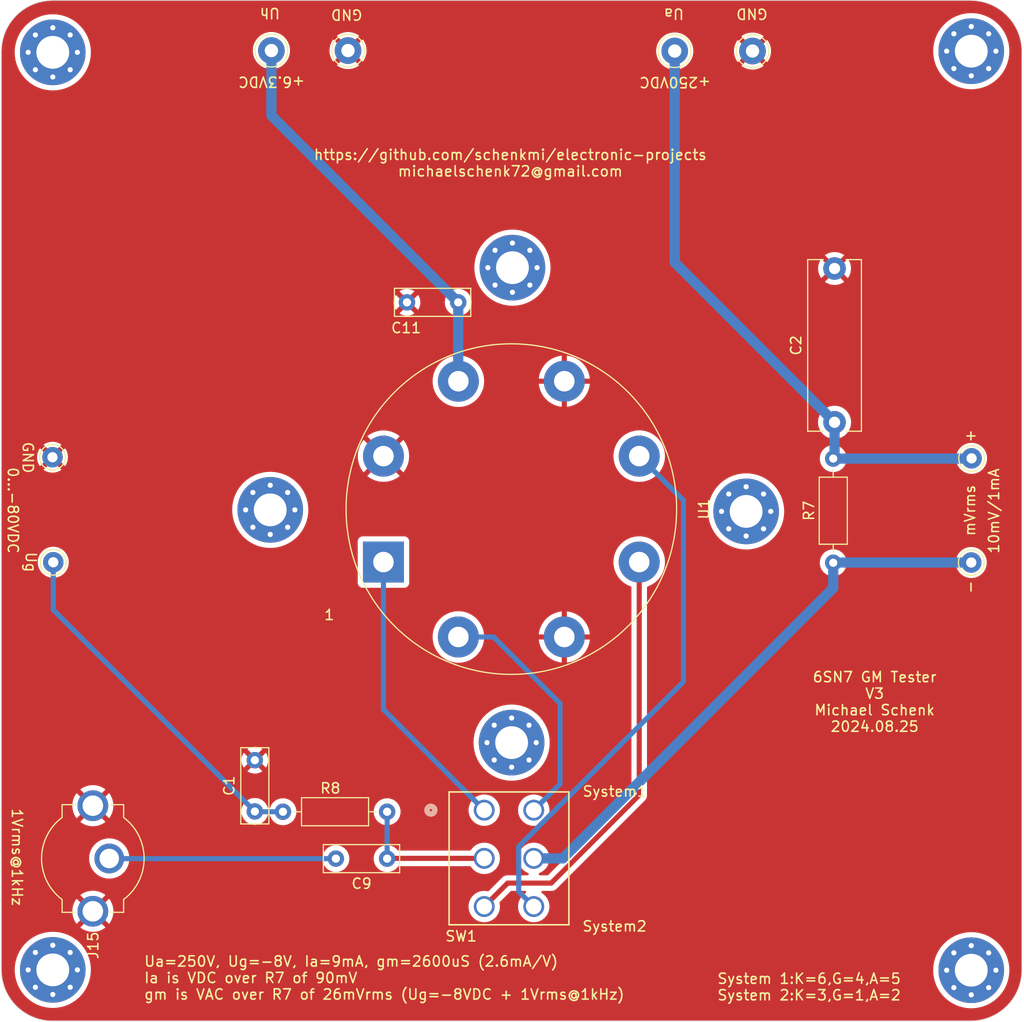
<source format=kicad_pcb>
(kicad_pcb (version 20240108) (generator "pcbnew") (generator_version "8.0")
  (layers (0 "F.Cu" signal) (31 "B.Cu" signal) (34 "B.Paste" user) (35 "F.Paste" user) (36 "B.SilkS" user "B.Silkscreen") (37 "F.SilkS" user "F.Silkscreen") (38 "B.Mask" user) (39 "F.Mask" user) (44 "Edge.Cuts" user))
  (net 0 "")
  (net 1 "VDDA")
  (net 2 "Net-(C9-Pad1)")
  (net 3 "Net-(U1A-G)")
  (net 4 "FVCC")
  (net 5 "Net-(J15-In)")
  (net 6 "FGND")
  (net 7 "Net-(J18-Pin_1)")
  (net 8 "Net-(J17-Pin_1)")
  (net 9 "Net-(U1B-A)")
  (net 10 "Net-(U1A-A)")
  (net 11 "Net-(U1B-G)")
  (footprint "MountingHole:MountingHole_3.2mm_M3_Pad_Via" (layer "F.Cu") (at 50.753944 52.832)
    (property "Reference" "H1" (hide yes))
    (property "Value" "MountingHole")
    (pad "1" thru_hole circle (at -2.4 0) (size 0.8 0.8) (drill 0.5) (layers "*.Cu" "*.Mask"))
    (pad "1" thru_hole circle (at -1.697056 -1.697056) (size 0.8 0.8) (drill 0.5) (layers "*.Cu" "*.Mask"))
    (pad "1" thru_hole circle (at -1.697056 1.697056) (size 0.8 0.8) (drill 0.5) (layers "*.Cu" "*.Mask"))
    (pad "1" thru_hole circle (at 0 -2.4) (size 0.8 0.8) (drill 0.5) (layers "*.Cu" "*.Mask"))
    (pad "1" thru_hole circle (at 0 0) (size 6.4 6.4) (drill 3.2) (layers "*.Cu" "*.Mask"))
    (pad "1" thru_hole circle (at 0 2.4) (size 0.8 0.8) (drill 0.5) (layers "*.Cu" "*.Mask"))
    (pad "1" thru_hole circle (at 1.697056 -1.697056) (size 0.8 0.8) (drill 0.5) (layers "*.Cu" "*.Mask"))
    (pad "1" thru_hole circle (at 1.697056 1.697056) (size 0.8 0.8) (drill 0.5) (layers "*.Cu" "*.Mask"))
    (pad "1" thru_hole circle (at 2.4 0) (size 0.8 0.8) (drill 0.5) (layers "*.Cu" "*.Mask"))
  )
  (footprint "MountingHole:MountingHole_3.2mm_M3_Pad_Via" (layer "F.Cu") (at 50.753944 142.320944)
    (property "Reference" "H2" (hide yes))
    (property "Value" "MountingHole")
    (pad "1" thru_hole circle (at -2.4 0) (size 0.8 0.8) (drill 0.5) (layers "*.Cu" "*.Mask"))
    (pad "1" thru_hole circle (at -1.697056 -1.697056) (size 0.8 0.8) (drill 0.5) (layers "*.Cu" "*.Mask"))
    (pad "1" thru_hole circle (at -1.697056 1.697056) (size 0.8 0.8) (drill 0.5) (layers "*.Cu" "*.Mask"))
    (pad "1" thru_hole circle (at 0 -2.4) (size 0.8 0.8) (drill 0.5) (layers "*.Cu" "*.Mask"))
    (pad "1" thru_hole circle (at 0 0) (size 6.4 6.4) (drill 3.2) (layers "*.Cu" "*.Mask"))
    (pad "1" thru_hole circle (at 0 2.4) (size 0.8 0.8) (drill 0.5) (layers "*.Cu" "*.Mask"))
    (pad "1" thru_hole circle (at 1.697056 -1.697056) (size 0.8 0.8) (drill 0.5) (layers "*.Cu" "*.Mask"))
    (pad "1" thru_hole circle (at 1.697056 1.697056) (size 0.8 0.8) (drill 0.5) (layers "*.Cu" "*.Mask"))
    (pad "1" thru_hole circle (at 2.4 0) (size 0.8 0.8) (drill 0.5) (layers "*.Cu" "*.Mask"))
  )
  (footprint "MountingHole:MountingHole_3.2mm_M3_Pad_Via" (layer "F.Cu") (at 140.335 142.354)
    (property "Reference" "H3" (hide yes))
    (property "Value" "MountingHole")
    (pad "1" thru_hole circle (at -2.4 0) (size 0.8 0.8) (drill 0.5) (layers "*.Cu" "*.Mask"))
    (pad "1" thru_hole circle (at -1.697056 -1.697056) (size 0.8 0.8) (drill 0.5) (layers "*.Cu" "*.Mask"))
    (pad "1" thru_hole circle (at -1.697056 1.697056) (size 0.8 0.8) (drill 0.5) (layers "*.Cu" "*.Mask"))
    (pad "1" thru_hole circle (at 0 -2.4) (size 0.8 0.8) (drill 0.5) (layers "*.Cu" "*.Mask"))
    (pad "1" thru_hole circle (at 0 0) (size 6.4 6.4) (drill 3.2) (layers "*.Cu" "*.Mask"))
    (pad "1" thru_hole circle (at 0 2.4) (size 0.8 0.8) (drill 0.5) (layers "*.Cu" "*.Mask"))
    (pad "1" thru_hole circle (at 1.697056 -1.697056) (size 0.8 0.8) (drill 0.5) (layers "*.Cu" "*.Mask"))
    (pad "1" thru_hole circle (at 1.697056 1.697056) (size 0.8 0.8) (drill 0.5) (layers "*.Cu" "*.Mask"))
    (pad "1" thru_hole circle (at 2.4 0) (size 0.8 0.8) (drill 0.5) (layers "*.Cu" "*.Mask"))
  )
  (footprint "MountingHole:MountingHole_3.2mm_M3_Pad_Via" (layer "F.Cu") (at 140.335 52.718)
    (property "Reference" "H4" (hide yes))
    (property "Value" "MountingHole")
    (pad "1" thru_hole circle (at -2.4 0) (size 0.8 0.8) (drill 0.5) (layers "*.Cu" "*.Mask"))
    (pad "1" thru_hole circle (at -1.697056 -1.697056) (size 0.8 0.8) (drill 0.5) (layers "*.Cu" "*.Mask"))
    (pad "1" thru_hole circle (at -1.697056 1.697056) (size 0.8 0.8) (drill 0.5) (layers "*.Cu" "*.Mask"))
    (pad "1" thru_hole circle (at 0 -2.4) (size 0.8 0.8) (drill 0.5) (layers "*.Cu" "*.Mask"))
    (pad "1" thru_hole circle (at 0 0) (size 6.4 6.4) (drill 3.2) (layers "*.Cu" "*.Mask"))
    (pad "1" thru_hole circle (at 0 2.4) (size 0.8 0.8) (drill 0.5) (layers "*.Cu" "*.Mask"))
    (pad "1" thru_hole circle (at 1.697056 -1.697056) (size 0.8 0.8) (drill 0.5) (layers "*.Cu" "*.Mask"))
    (pad "1" thru_hole circle (at 1.697056 1.697056) (size 0.8 0.8) (drill 0.5) (layers "*.Cu" "*.Mask"))
    (pad "1" thru_hole circle (at 2.4 0) (size 0.8 0.8) (drill 0.5) (layers "*.Cu" "*.Mask"))
  )
  (footprint "Connector_Pin:Pin_D1.3mm_L11.0mm" (layer "F.Cu") (at 111.412174 52.705)
    (property "Reference" "J5" (hide yes))
    (property "Value" "Conn_01x01")
    (fp_circle (center 0 0) (end 1.6 0.05) (stroke (width 0.12)) (fill none) (layer "F.SilkS"))
    (pad "1" thru_hole circle (at 0 0) (size 2.6 2.6) (drill 1.3) (layers "*.Cu" "*.Mask") (net 1 "VDDA"))
  )
  (footprint "Connector_Pin:Pin_D1.3mm_L11.0mm" (layer "F.Cu") (at 118.999 52.705)
    (property "Reference" "J6" (hide yes))
    (property "Value" "Conn_01x01")
    (fp_circle (center 0 0) (end 1.6 0.05) (stroke (width 0.12)) (fill none) (layer "F.SilkS"))
    (pad "1" thru_hole circle (at 0 0) (size 2.6 2.6) (drill 1.3) (layers "*.Cu" "*.Mask") (net 6 "FGND"))
  )
  (footprint "Connector_Pin:Pin_D1.3mm_L11.0mm" (layer "F.Cu") (at 72.076483 52.657064)
    (property "Reference" "J9" (hide yes))
    (property "Value" "Conn_01x01")
    (fp_circle (center 0 0) (end 1.6 0.05) (stroke (width 0.12)) (fill none) (layer "F.SilkS"))
    (pad "1" thru_hole circle (at 0 0) (size 2.6 2.6) (drill 1.3) (layers "*.Cu" "*.Mask") (net 4 "FVCC"))
  )
  (footprint "Connector_Pin:Pin_D1.3mm_L11.0mm" (layer "F.Cu") (at 79.547902 52.657064)
    (property "Reference" "J10" (hide yes))
    (property "Value" "Conn_01x01")
    (fp_circle (center 0 0) (end 1.6 0.05) (stroke (width 0.12)) (fill none) (layer "F.SilkS"))
    (pad "1" thru_hole circle (at 0 0) (size 2.6 2.6) (drill 1.3) (layers "*.Cu" "*.Mask") (net 6 "FGND"))
  )
  (footprint "Capacitor_THT:C_Rect_L7.2mm_W2.5mm_P5.00mm_FKS2_FKP2_MKS2_MKP2" (layer "F.Cu") (at 90.297 77.216 180)
    (property "Reference" "C11" (at 5.08 -2.5 0) (layer "F.SilkS"))
    (property "Value" "100nF")
    (fp_line (start 6.22 -1.37) (end 6.22 1.37) (stroke (width 0.12)) (layer "F.SilkS"))
    (fp_line (start -1.22 1.37) (end 6.22 1.37) (stroke (width 0.12)) (layer "F.SilkS"))
    (fp_line (start -1.22 -1.37) (end 6.22 -1.37) (stroke (width 0.12)) (layer "F.SilkS"))
    (fp_line (start -1.22 -1.37) (end -1.22 1.37) (stroke (width 0.12)) (layer "F.SilkS"))
    (pad "1" thru_hole circle (at 0 0 180) (size 1.6 1.6) (drill 0.8) (layers "*.Cu" "*.Mask") (net 4 "FVCC"))
    (pad "2" thru_hole circle (at 5 0 180) (size 1.6 1.6) (drill 0.8) (layers "*.Cu" "*.Mask") (net 6 "FGND"))
  )
  (footprint "kicad-snk:TubeOctal" (layer "F.Cu") (at 95.477627 97.380319 -90)
    (property "Reference" "U1" (at 0 -18.795 90) (layer "F.SilkS"))
    (property "Value" "6SN7")
    (fp_circle (center 0 0) (end 0 16.12) (stroke (width 0.12)) (fill none) (layer "F.SilkS"))
    (pad "1" thru_hole rect (at 5.166226 12.472373 270) (size 4 4) (drill 2) (layers "*.Cu" "*.Mask") (net 11 "Net-(U1B-G)"))
    (pad "2" thru_hole oval (at 12.472373 5.166226 270) (size 4 4) (drill 2) (layers "*.Cu" "*.Mask") (net 9 "Net-(U1B-A)"))
    (pad "3" thru_hole oval (at 12.472373 -5.166226 270) (size 4 4) (drill 2) (layers "*.Cu" "*.Mask") (net 6 "FGND"))
    (pad "4" thru_hole oval (at 5.166226 -12.472373 270) (size 4 4) (drill 2) (layers "*.Cu" "*.Mask") (net 3 "Net-(U1A-G)"))
    (pad "5" thru_hole oval (at -5.166226 -12.472373 270) (size 4 4) (drill 2) (layers "*.Cu" "*.Mask") (net 10 "Net-(U1A-A)"))
    (pad "6" thru_hole oval (at -12.472373 -5.166226 270) (size 4 4) (drill 2) (layers "*.Cu" "*.Mask") (net 6 "FGND"))
    (pad "7" thru_hole oval (at -12.472373 5.166226 270) (size 4 4) (drill 2) (layers "*.Cu" "*.Mask") (net 4 "FVCC"))
    (pad "8" thru_hole circle (at -5.166226 12.472373 270) (size 4 4) (drill 2) (layers "*.Cu" "*.Mask") (net 6 "FGND"))
  )
  (footprint "Resistor_THT:R_Axial_DIN0207_L6.3mm_D2.5mm_P10.16mm_Horizontal" (layer "F.Cu") (at 83.3628 126.8984 180)
    (property "Reference" "R8" (at 5.5372 2.286 0) (layer "F.SilkS"))
    (property "Value" "200k/0.6W")
    (fp_line (start 9.12 0) (end 8.35 0) (stroke (width 0.12)) (layer "F.SilkS"))
    (fp_line (start 8.35 1.37) (end 8.35 -1.37) (stroke (width 0.12)) (layer "F.SilkS"))
    (fp_line (start 8.35 -1.37) (end 1.81 -1.37) (stroke (width 0.12)) (layer "F.SilkS"))
    (fp_line (start 1.81 1.37) (end 8.35 1.37) (stroke (width 0.12)) (layer "F.SilkS"))
    (fp_line (start 1.81 -1.37) (end 1.81 1.37) (stroke (width 0.12)) (layer "F.SilkS"))
    (fp_line (start 1.04 0) (end 1.81 0) (stroke (width 0.12)) (layer "F.SilkS"))
    (pad "1" thru_hole circle (at 0 0 180) (size 1.6 1.6) (drill 0.8) (layers "*.Cu" "*.Mask") (net 2 "Net-(C9-Pad1)"))
    (pad "2" thru_hole oval (at 10.16 0 180) (size 1.6 1.6) (drill 0.8) (layers "*.Cu" "*.Mask") (net 7 "Net-(J18-Pin_1)"))
  )
  (footprint "Resistor_THT:R_Axial_DIN0207_L6.3mm_D2.5mm_P10.16mm_Horizontal" (layer "F.Cu") (at 126.873 102.616 90)
    (property "Reference" "R7" (at 5.08 -2.37 90) (layer "F.SilkS"))
    (property "Value" "10R/0.4W/0.1%")
    (fp_line (start 8.35 -1.37) (end 1.81 -1.37) (stroke (width 0.12)) (layer "F.SilkS"))
    (fp_line (start 1.81 -1.37) (end 1.81 1.37) (stroke (width 0.12)) (layer "F.SilkS"))
    (fp_line (start 9.12 0) (end 8.35 0) (stroke (width 0.12)) (layer "F.SilkS"))
    (fp_line (start 1.04 0) (end 1.81 0) (stroke (width 0.12)) (layer "F.SilkS"))
    (fp_line (start 8.35 1.37) (end 8.35 -1.37) (stroke (width 0.12)) (layer "F.SilkS"))
    (fp_line (start 1.81 1.37) (end 8.35 1.37) (stroke (width 0.12)) (layer "F.SilkS"))
    (pad "1" thru_hole circle (at 0 0 90) (size 1.6 1.6) (drill 0.8) (layers "*.Cu" "*.Mask") (net 8 "Net-(J17-Pin_1)"))
    (pad "2" thru_hole oval (at 10.16 0 90) (size 1.6 1.6) (drill 0.8) (layers "*.Cu" "*.Mask") (net 1 "VDDA"))
  )
  (footprint "Connector_Pin:Pin_D1.0mm_L10.0mm" (layer "F.Cu") (at 140.364853 92.4306)
    (property "Reference" "J16" (hide yes))
    (property "Value" "Conn_01x01")
    (fp_circle (center 0 0) (end 1.25 0.05) (stroke (width 0.12)) (fill none) (layer "F.SilkS"))
    (pad "1" thru_hole circle (at 0 0) (size 2 2) (drill 1) (layers "*.Cu" "*.Mask") (net 1 "VDDA"))
  )
  (footprint "kicad-snk:RCA-Phono_CUI-Devices_RCJ-02X_Vertical" (layer "F.Cu") (at 54.6608 131.457126 -90)
    (property "Reference" "J15" (at 8.478777 -0.031787 90) (layer "F.SilkS"))
    (property "Value" "1Vrms@1kHz")
    (fp_line (start -5.25 3) (end -4.02 3) (stroke (width 0.12)) (layer "F.SilkS"))
    (fp_line (start -5.25 3) (end -5.25 1.66) (stroke (width 0.12)) (layer "F.SilkS"))
    (fp_line (start 5.25 3) (end 3.99 3) (stroke (width 0.12)) (layer "F.SilkS"))
    (fp_line (start 5.25 3) (end 5.25 1.66) (stroke (width 0.12)) (layer "F.SilkS"))
    (fp_line (start -5.25 -3) (end -5.25 -1.68) (stroke (width 0.12)) (layer "F.SilkS"))
    (fp_line (start -5.25 -3) (end -4.03 -3) (stroke (width 0.12)) (layer "F.SilkS"))
    (fp_line (start 5.25 -3) (end 5.25 -1.66) (stroke (width 0.12)) (layer "F.SilkS"))
    (fp_line (start 5.25 -3) (end 3.97 -3) (stroke (width 0.12)) (layer "F.SilkS"))
    (fp_arc (start 3.96312 3.048554) (mid -0.030486 4.999907) (end -4 3) (stroke (width 0.12)) (layer "F.SilkS"))
    (fp_arc (start -4 -2.999999) (mid -0.000001 -4.999999) (end 3.999999 -3) (stroke (width 0.12)) (layer "F.SilkS"))
    (pad "1" thru_hole circle (at 0 -1.6 270) (size 2.9 2.9) (drill 1.9) (layers "*.Cu" "*.Mask") (net 5 "Net-(J15-In)"))
    (pad "2" thru_hole circle (at -5.15 0 270) (size 3 3) (drill 2) (layers "*.Cu" "*.Mask") (net 6 "FGND"))
    (pad "2" thru_hole circle (at 5.15 0 270) (size 3 3) (drill 2) (layers "*.Cu" "*.Mask") (net 6 "FGND"))
  )
  (footprint "MountingHole:MountingHole_3.2mm_M3_Pad_Via" (layer "F.Cu") (at 71.962944 97.455056)
    (property "Reference" "H5" (hide yes))
    (property "Value" "MountingHole")
    (pad "1" thru_hole circle (at -2.4 0) (size 0.8 0.8) (drill 0.5) (layers "*.Cu" "*.Mask"))
    (pad "1" thru_hole circle (at -1.697056 -1.697056) (size 0.8 0.8) (drill 0.5) (layers "*.Cu" "*.Mask"))
    (pad "1" thru_hole circle (at -1.697056 1.697056) (size 0.8 0.8) (drill 0.5) (layers "*.Cu" "*.Mask"))
    (pad "1" thru_hole circle (at 0 -2.4) (size 0.8 0.8) (drill 0.5) (layers "*.Cu" "*.Mask"))
    (pad "1" thru_hole circle (at 0 0) (size 6.4 6.4) (drill 3.2) (layers "*.Cu" "*.Mask"))
    (pad "1" thru_hole circle (at 0 2.4) (size 0.8 0.8) (drill 0.5) (layers "*.Cu" "*.Mask"))
    (pad "1" thru_hole circle (at 1.697056 -1.697056) (size 0.8 0.8) (drill 0.5) (layers "*.Cu" "*.Mask"))
    (pad "1" thru_hole circle (at 1.697056 1.697056) (size 0.8 0.8) (drill 0.5) (layers "*.Cu" "*.Mask"))
    (pad "1" thru_hole circle (at 2.4 0) (size 0.8 0.8) (drill 0.5) (layers "*.Cu" "*.Mask"))
  )
  (footprint "Capacitor_THT:C_Rect_L7.2mm_W2.5mm_P5.00mm_FKS2_FKP2_MKS2_MKP2" (layer "F.Cu") (at 83.3628 131.4704 180)
    (property "Reference" "C9" (at 2.4892 -2.4384 0) (layer "F.SilkS"))
    (property "Value" "100nF")
    (fp_line (start 6.22 -1.37) (end 6.22 1.37) (stroke (width 0.12)) (layer "F.SilkS"))
    (fp_line (start -1.22 1.37) (end 6.22 1.37) (stroke (width 0.12)) (layer "F.SilkS"))
    (fp_line (start -1.22 -1.37) (end 6.22 -1.37) (stroke (width 0.12)) (layer "F.SilkS"))
    (fp_line (start -1.22 -1.37) (end -1.22 1.37) (stroke (width 0.12)) (layer "F.SilkS"))
    (pad "1" thru_hole circle (at 0 0 180) (size 1.6 1.6) (drill 0.8) (layers "*.Cu" "*.Mask") (net 2 "Net-(C9-Pad1)"))
    (pad "2" thru_hole circle (at 5 0 180) (size 1.6 1.6) (drill 0.8) (layers "*.Cu" "*.Mask") (net 5 "Net-(J15-In)"))
  )
  (footprint "Connector_Pin:Pin_D1.0mm_L10.0mm" (layer "F.Cu") (at 50.8 102.5652)
    (property "Reference" "J18" (hide yes))
    (property "Value" "~")
    (fp_circle (center 0 0) (end 1.25 0.05) (stroke (width 0.12)) (fill none) (layer "F.SilkS"))
    (pad "1" thru_hole circle (at 0 0) (size 2 2) (drill 1) (layers "*.Cu" "*.Mask") (net 7 "Net-(J18-Pin_1)"))
  )
  (footprint "Capacitor_THT:C_Rect_L7.2mm_W2.5mm_P5.00mm_FKS2_FKP2_MKS2_MKP2" (layer "F.Cu") (at 70.4596 126.8692 90)
    (property "Reference" "C1" (at 2.5 -2.5 90) (layer "F.SilkS"))
    (property "Value" "100nF")
    (fp_line (start 6.22 -1.37) (end 6.22 1.37) (stroke (width 0.12)) (layer "F.SilkS"))
    (fp_line (start -1.22 -1.37) (end 6.22 -1.37) (stroke (width 0.12)) (layer "F.SilkS"))
    (fp_line (start -1.22 -1.37) (end -1.22 1.37) (stroke (width 0.12)) (layer "F.SilkS"))
    (fp_line (start -1.22 1.37) (end 6.22 1.37) (stroke (width 0.12)) (layer "F.SilkS"))
    (pad "1" thru_hole circle (at 0 0 90) (size 1.6 1.6) (drill 0.8) (layers "*.Cu" "*.Mask") (net 7 "Net-(J18-Pin_1)"))
    (pad "2" thru_hole circle (at 5 0 90) (size 1.6 1.6) (drill 0.8) (layers "*.Cu" "*.Mask") (net 6 "FGND"))
  )
  (footprint "Connector_Pin:Pin_D1.0mm_L10.0mm" (layer "F.Cu") (at 50.725632 92.32051)
    (property "Reference" "J19" (hide yes))
    (property "Value" "~")
    (fp_circle (center 0 0) (end 1.25 0.05) (stroke (width 0.12)) (fill none) (layer "F.SilkS"))
    (pad "1" thru_hole circle (at 0 0) (size 2 2) (drill 1) (layers "*.Cu" "*.Mask") (net 6 "FGND"))
  )
  (footprint "Connector_Pin:Pin_D1.0mm_L10.0mm" (layer "F.Cu") (at 140.335 102.5906)
    (property "Reference" "J17" (hide yes))
    (property "Value" "Conn_01x01")
    (fp_circle (center 0 0) (end 1.25 0.05) (stroke (width 0.12)) (fill none) (layer "F.SilkS"))
    (pad "1" thru_hole circle (at 0 0) (size 2 2) (drill 1) (layers "*.Cu" "*.Mask") (net 8 "Net-(J17-Pin_1)"))
  )
  (footprint "MountingHole:MountingHole_3.2mm_M3_Pad_Via" (layer "F.Cu") (at 95.584944 73.833056)
    (property "Reference" "H7" (hide yes))
    (property "Value" "MountingHole")
    (pad "1" thru_hole circle (at -2.4 0) (size 0.8 0.8) (drill 0.5) (layers "*.Cu" "*.Mask"))
    (pad "1" thru_hole circle (at -1.697056 -1.697056) (size 0.8 0.8) (drill 0.5) (layers "*.Cu" "*.Mask"))
    (pad "1" thru_hole circle (at -1.697056 1.697056) (size 0.8 0.8) (drill 0.5) (layers "*.Cu" "*.Mask"))
    (pad "1" thru_hole circle (at 0 -2.4) (size 0.8 0.8) (drill 0.5) (layers "*.Cu" "*.Mask"))
    (pad "1" thru_hole circle (at 0 0) (size 6.4 6.4) (drill 3.2) (layers "*.Cu" "*.Mask"))
    (pad "1" thru_hole circle (at 0 2.4) (size 0.8 0.8) (drill 0.5) (layers "*.Cu" "*.Mask"))
    (pad "1" thru_hole circle (at 1.697056 -1.697056) (size 0.8 0.8) (drill 0.5) (layers "*.Cu" "*.Mask"))
    (pad "1" thru_hole circle (at 1.697056 1.697056) (size 0.8 0.8) (drill 0.5) (layers "*.Cu" "*.Mask"))
    (pad "1" thru_hole circle (at 2.4 0) (size 0.8 0.8) (drill 0.5) (layers "*.Cu" "*.Mask"))
  )
  (footprint "MountingHole:MountingHole_3.2mm_M3_Pad_Via" (layer "F.Cu") (at 118.377 97.605085)
    (property "Reference" "H6" (hide yes))
    (property "Value" "MountingHole")
    (pad "1" thru_hole circle (at -2.4 0) (size 0.8 0.8) (drill 0.5) (layers "*.Cu" "*.Mask"))
    (pad "1" thru_hole circle (at -1.697056 -1.697056) (size 0.8 0.8) (drill 0.5) (layers "*.Cu" "*.Mask"))
    (pad "1" thru_hole circle (at -1.697056 1.697056) (size 0.8 0.8) (drill 0.5) (layers "*.Cu" "*.Mask"))
    (pad "1" thru_hole circle (at 0 -2.4) (size 0.8 0.8) (drill 0.5) (layers "*.Cu" "*.Mask"))
    (pad "1" thru_hole circle (at 0 0) (size 6.4 6.4) (drill 3.2) (layers "*.Cu" "*.Mask"))
    (pad "1" thru_hole circle (at 0 2.4) (size 0.8 0.8) (drill 0.5) (layers "*.Cu" "*.Mask"))
    (pad "1" thru_hole circle (at 1.697056 -1.697056) (size 0.8 0.8) (drill 0.5) (layers "*.Cu" "*.Mask"))
    (pad "1" thru_hole circle (at 1.697056 1.697056) (size 0.8 0.8) (drill 0.5) (layers "*.Cu" "*.Mask"))
    (pad "1" thru_hole circle (at 2.4 0) (size 0.8 0.8) (drill 0.5) (layers "*.Cu" "*.Mask"))
  )
  (footprint "Capacitor_THT:C_Rect_L16.5mm_W5.0mm_P15.00mm_MKT" (layer "F.Cu") (at 127 88.914 90)
    (property "Reference" "C2" (at 7.5 -3.75 90) (layer "F.SilkS"))
    (property "Value" "100nF")
    (fp_line (start 15.87 -2.62) (end 15.87 -1.104) (stroke (width 0.12)) (layer "F.SilkS"))
    (fp_line (start -0.87 -2.62) (end 15.87 -2.62) (stroke (width 0.12)) (layer "F.SilkS"))
    (fp_line (start -0.87 -2.62) (end -0.87 -1.104) (stroke (width 0.12)) (layer "F.SilkS"))
    (fp_line (start 15.87 1.104) (end 15.87 2.62) (stroke (width 0.12)) (layer "F.SilkS"))
    (fp_line (start -0.87 1.104) (end -0.87 2.62) (stroke (width 0.12)) (layer "F.SilkS"))
    (fp_line (start -0.87 2.62) (end 15.87 2.62) (stroke (width 0.12)) (layer "F.SilkS"))
    (pad "1" thru_hole circle (at 0 0 90) (size 2.2 2.2) (drill 1.1) (layers "*.Cu" "*.Mask") (net 1 "VDDA"))
    (pad "2" thru_hole circle (at 15 0 90) (size 2.2 2.2) (drill 1.1) (layers "*.Cu" "*.Mask") (net 6 "FGND"))
  )
  (footprint "MountingHole:MountingHole_3.2mm_M3_Pad_Via" (layer "F.Cu") (at 95.504 120.155)
    (property "Reference" "H8" (hide yes))
    (property "Value" "MountingHole")
    (pad "1" thru_hole circle (at -2.4 0) (size 0.8 0.8) (drill 0.5) (layers "*.Cu" "*.Mask"))
    (pad "1" thru_hole circle (at -1.697056 -1.697056) (size 0.8 0.8) (drill 0.5) (layers "*.Cu" "*.Mask"))
    (pad "1" thru_hole circle (at -1.697056 1.697056) (size 0.8 0.8) (drill 0.5) (layers "*.Cu" "*.Mask"))
    (pad "1" thru_hole circle (at 0 -2.4) (size 0.8 0.8) (drill 0.5) (layers "*.Cu" "*.Mask"))
    (pad "1" thru_hole circle (at 0 0) (size 6.4 6.4) (drill 3.2) (layers "*.Cu" "*.Mask"))
    (pad "1" thru_hole circle (at 0 2.4) (size 0.8 0.8) (drill 0.5) (layers "*.Cu" "*.Mask"))
    (pad "1" thru_hole circle (at 1.697056 -1.697056) (size 0.8 0.8) (drill 0.5) (layers "*.Cu" "*.Mask"))
    (pad "1" thru_hole circle (at 1.697056 1.697056) (size 0.8 0.8) (drill 0.5) (layers "*.Cu" "*.Mask"))
    (pad "1" thru_hole circle (at 2.4 0) (size 0.8 0.8) (drill 0.5) (layers "*.Cu" "*.Mask"))
  )
  (footprint "kicad-snk:SW6_ANT21SECQE_CRS" (layer "F.Cu") (at 92.832998 126.744999)
    (property "Reference" "SW1" (at -2.256598 12.294601 0) (layer "F.SilkS"))
    (property "Value" "DPDT_SW_ANT21SECQE")
    (fp_circle (center -5.205 0) (end -4.824 0) (stroke (width 0.508)) (fill none) (layer "B.SilkS"))
    (fp_line (start -3.427 -1.776999) (end -3.427 11.177001) (stroke (width 0.1524)) (layer "F.SilkS"))
    (fp_line (start -3.427 11.177001) (end 8.257 11.177001) (stroke (width 0.1524)) (layer "F.SilkS"))
    (fp_line (start 8.257 -1.776999) (end -3.427 -1.776999) (stroke (width 0.1524)) (layer "F.SilkS"))
    (fp_line (start 8.257 11.177001) (end 8.257 -1.776999) (stroke (width 0.1524)) (layer "F.SilkS"))
    (fp_circle (center -5.205 0) (end -4.824 0) (stroke (width 0.508)) (fill none) (layer "F.SilkS"))
    (pad "1" thru_hole circle (at 0 0) (size 2.032 2.032) (drill 1.524) (layers "*.Cu" "*.Mask") (net 11 "Net-(U1B-G)"))
    (pad "2" thru_hole circle (at 0 4.700001) (size 2.032 2.032) (drill 1.524) (layers "*.Cu" "*.Mask") (net 2 "Net-(C9-Pad1)"))
    (pad "3" thru_hole circle (at 0 9.400001) (size 2.032 2.032) (drill 1.524) (layers "*.Cu" "*.Mask") (net 3 "Net-(U1A-G)"))
    (pad "4" thru_hole circle (at 4.830002 0) (size 2.032 2.032) (drill 1.524) (layers "*.Cu" "*.Mask") (net 9 "Net-(U1B-A)"))
    (pad "5" thru_hole circle (at 4.830002 4.700001) (size 2.032 2.032) (drill 1.524) (layers "*.Cu" "*.Mask") (net 8 "Net-(J17-Pin_1)"))
    (pad "6" thru_hole circle (at 4.830002 9.400001) (size 2.032 2.032) (drill 1.524) (layers "*.Cu" "*.Mask") (net 10 "Net-(U1A-A)"))
  )
  (gr_line (start 140.288 147.32) (end 50.72 147.32) (stroke (width 0.05)) (layer "Edge.Cuts"))
  (gr_line (start 45.72 142.32) (end 45.72 52.752) (stroke (width 0.05)) (layer "Edge.Cuts"))
  (gr_arc (start 145.288 142.32) (mid 143.823534 145.855534) (end 140.288 147.32) (stroke (width 0.05)) (layer "Edge.Cuts"))
  (gr_arc (start 50.72 147.32) (mid 47.184466 145.855534) (end 45.72 142.32) (stroke (width 0.05)) (layer "Edge.Cuts"))
  (gr_line (start 50.72 47.752) (end 140.288 47.752) (stroke (width 0.05)) (layer "Edge.Cuts"))
  (gr_arc (start 45.72 52.752) (mid 47.184466 49.216466) (end 50.72 47.752) (stroke (width 0.05)) (layer "Edge.Cuts"))
  (gr_arc (start 140.288 47.752) (mid 143.823534 49.216466) (end 145.288 52.752) (stroke (width 0.05)) (layer "Edge.Cuts"))
  (gr_line (start 145.288 52.752) (end 145.288 142.32) (stroke (width 0.05)) (layer "Edge.Cuts"))
  (gr_text "GND" (at 48.324558 92.3544 270) (layer "F.SilkS") (effects (font (size 1 1))))
  (gr_text "+6.3VDC" (at 72.093215 55.704078 180) (layer "F.SilkS") (effects (font (size 1 1))))
  (gr_text "GND" (at 118.947135 49.0728 180) (layer "F.SilkS") (effects (font (size 1 1))))
  (gr_text "GND" (at 79.420902 49.151864 180) (layer "F.SilkS") (effects (font (size 1 1))))
  (gr_text "-" (at 140.8176 104.267 90) (layer "F.SilkS") (effects (font (size 1 1)) (justify left bottom mirror)))
  (gr_text "0...-80VDC" (at 46.2788 93.218 -90) (layer "F.SilkS") (effects (font (size 1 1)) (justify left bottom)))
  (gr_text "Uh" (at 71.927902 49.00973 180) (layer "F.SilkS") (effects (font (size 1 1))))
  (gr_text "+" (at 141.0208 90.7542 0) (layer "F.SilkS") (effects (font (size 1 1)) (justify left bottom mirror)))
  (gr_text "Ua" (at 111.327135 49.0728 180) (layer "F.SilkS") (effects (font (size 1 1))))
  (gr_text "6SN7 GM Tester\nV3\nMichael Schenk\n2024.08.25" (at 130.9116 116.1796 0) (layer "F.SilkS") (effects (font (size 1 1))))
  (gr_text "Ua=250V, Ug=-8V, Ia=9mA, gm=2600uS (2.6mA/V)\nIa is VDC over R7 of 90mV\ngm is VAC over R7 of 26mVrms (Ug=-8VDC + 1Vrms@1kHz)\n" (at 59.5884 143.1036 0) (layer "F.SilkS") (effects (font (size 1 1)) (justify left)))
  (gr_text "mVrms" (at 140.208 97.5106 90) (layer "F.SilkS") (effects (font (size 1 1))))
  (gr_text "Ug" (at 48.612937 102.5512 270) (layer "F.SilkS") (effects (font (size 1 1))))
  (gr_text "https://github.com/schenkmi/electronic-projects\nmichaelschenk72@gmail.com" (at 95.377 63.627 0) (layer "F.SilkS") (effects (font (size 1 1))))
  (gr_text "+250VDC" (at 111.446877 55.743231 180) (layer "F.SilkS") (effects (font (size 1 1))))
  (gr_text "1" (at 77.724 107.696 0) (layer "F.SilkS") (effects (font (size 1 1))))
  (gr_text "10mV/1mA" (at 142.5448 97.5614 90) (layer "F.SilkS") (effects (font (size 1 1))))
  (gr_text "System1" (at 105.5624 124.9172 0) (layer "F.SilkS") (effects (font (size 1 1))))
  (gr_text "System 1:K=6,G=4,A=5\nSystem 2:K=3,G=1,A=2" (at 115.491413 143.984739 0) (layer "F.SilkS") (effects (font (size 1 1)) (justify left)))
  (gr_text "System2" (at 105.543511 138.07317 0) (layer "F.SilkS") (effects (font (size 1 1))))
  (gr_text "1Vrms@1kHz" (at 46.6852 126.492 270) (layer "F.SilkS") (effects (font (size 1 1)) (justify left bottom)))
  (segment (start 111.412174 52.705) (end 111.412174 73.326174) (width 1) (layer "B.Cu") (net 1))
  (segment (start 127 88.914) (end 127 92.329) (width 1) (layer "B.Cu") (net 1))
  (segment (start 140.339453 92.456) (end 140.364853 92.4306) (width 1) (layer "B.Cu") (net 1))
  (segment (start 126.873 92.456) (end 140.339453 92.456) (width 1) (layer "B.Cu") (net 1))
  (segment (start 111.412174 73.326174) (end 127 88.914) (width 1) (layer "B.Cu") (net 1))
  (segment (start 127 92.329) (end 126.873 92.456) (width 1) (layer "B.Cu") (net 1))
  (segment (start 92.832998 131.445) (end 83.3882 131.445) (width 0.5) (layer "F.Cu") (net 2))
  (segment (start 83.3882 131.445) (end 83.3628 131.4704) (width 0.5) (layer "F.Cu") (net 2))
  (segment (start 83.3628 131.4704) (end 83.3628 126.8984) (width 0.5) (layer "B.Cu") (net 2))
  (segment (start 107.95 125.2728) (end 107.95 102.546545) (width 0.5) (layer "F.Cu") (net 3))
  (segment (start 99.3648 133.858) (end 95.119998 133.858) (width 0.5) (layer "F.Cu") (net 3))
  (segment (start 92.832998 136.145) (end 95.119998 133.858) (width 0.5) (layer "F.Cu") (net 3))
  (segment (start 107.95 125.2728) (end 99.3648 133.858) (width 0.5) (layer "F.Cu") (net 3))
  (segment (start 72.076483 58.995483) (end 90.297 77.216) (width 1) (layer "B.Cu") (net 4))
  (segment (start 90.297 77.216) (end 90.297 84.893545) (width 1) (layer "B.Cu") (net 4))
  (segment (start 90.297 84.893545) (end 90.311401 84.907946) (width 1) (layer "B.Cu") (net 4))
  (segment (start 72.076483 52.657064) (end 72.076483 58.995483) (width 1) (layer "B.Cu") (net 4))
  (segment (start 56.274074 131.4704) (end 56.2608 131.457126) (width 0.5) (layer "F.Cu") (net 5))
  (segment (start 78.3628 131.4704) (end 56.274074 131.4704) (width 0.5) (layer "B.Cu") (net 5))
  (segment (start 56.274074 131.4704) (end 56.2608 131.457126) (width 0.5) (layer "B.Cu") (net 5))
  (segment (start 70.4888 126.8984) (end 70.4596 126.8692) (width 0.5) (layer "B.Cu") (net 7))
  (segment (start 73.2028 126.8984) (end 70.4888 126.8984) (width 0.5) (layer "B.Cu") (net 7))
  (segment (start 70.4596 126.8692) (end 50.8 107.2096) (width 0.5) (layer "B.Cu") (net 7))
  (segment (start 50.8 107.2096) (end 50.8 102.5652) (width 0.5) (layer "B.Cu") (net 7))
  (segment (start 126.873 105.075056) (end 126.873 102.616) (width 1) (layer "B.Cu") (net 8))
  (segment (start 140.335 102.5906) (end 126.8984 102.5906) (width 1) (layer "B.Cu") (net 8))
  (segment (start 100.503056 131.445) (end 126.873 105.075056) (width 1) (layer "B.Cu") (net 8))
  (segment (start 126.8984 102.5906) (end 126.873 102.616) (width 1) (layer "B.Cu") (net 8))
  (segment (start 97.663 131.445) (end 100.503056 131.445) (width 1) (layer "B.Cu") (net 8))
  (segment (start 93.749092 109.852692) (end 90.311401 109.852692) (width 0.5) (layer "B.Cu") (net 9))
  (segment (start 100.2284 116.332) (end 93.749092 109.852692) (width 0.5) (layer "B.Cu") (net 9))
  (segment (start 97.663 126.744999) (end 100.2284 124.179599) (width 0.5) (layer "B.Cu") (net 9))
  (segment (start 100.2284 124.179599) (end 100.2284 116.332) (width 0.5) (layer "B.Cu") (net 9))
  (segment (start 96.197 130.284237) (end 112.268 114.213237) (width 0.5) (layer "B.Cu") (net 10))
  (segment (start 112.268 114.213237) (end 112.268 96.532093) (width 0.5) (layer "B.Cu") (net 10))
  (segment (start 112.268 114.213237) (end 112.268 114.046) (width 0.5) (layer "B.Cu") (net 10))
  (segment (start 96.197 134.679) (end 96.197 130.284237) (width 0.5) (layer "B.Cu") (net 10))
  (segment (start 97.663 136.145) (end 96.197 134.679) (width 0.5) (layer "B.Cu") (net 10))
  (segment (start 112.268 96.532093) (end 107.95 92.214093) (width 0.5) (layer "B.Cu") (net 10))
  (segment (start 92.832998 126.744999) (end 83.005254 116.917255) (width 0.5) (layer "B.Cu") (net 11))
  (segment (start 83.005254 116.917255) (end 83.005254 102.546545) (width 0.5) (layer "B.Cu") (net 11))
  (zone (net 6) (net_name "FGND") (layer "F.Cu") (connect_pads (clearance 0.508)) (min_thickness 0.25) (fill yes (thermal_gap 0.5) (thermal_bridge_width 0.5))
    (polygon (pts (xy 45.72 147.32) (xy 45.72 47.752) (xy 145.288 47.752) (xy 145.288 147.32)))
  )
)
</source>
